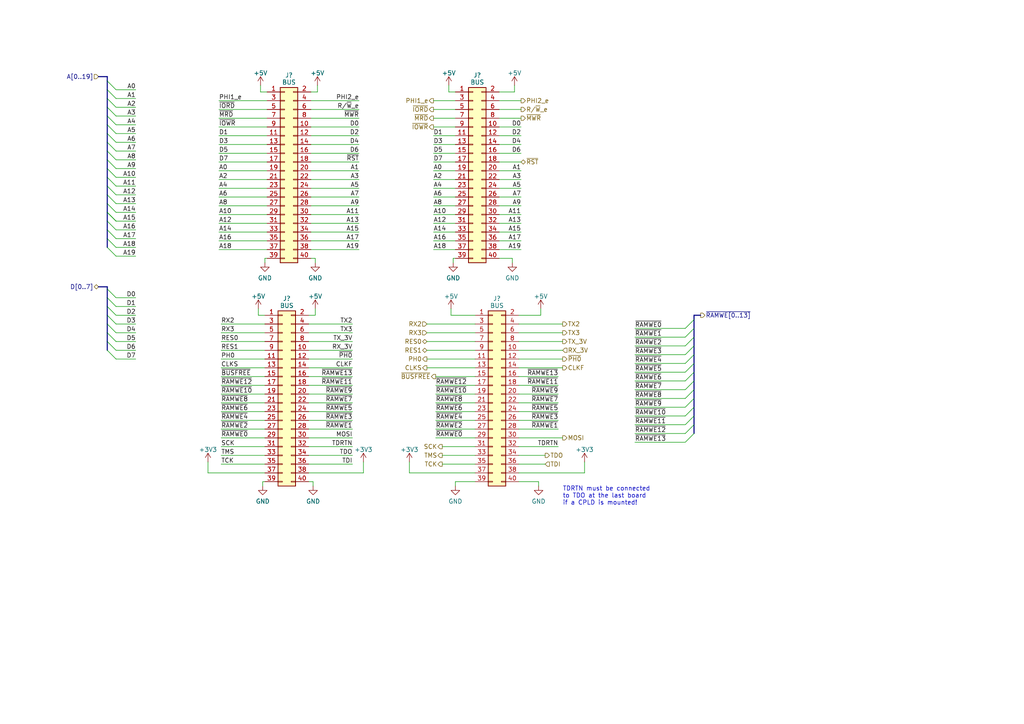
<source format=kicad_sch>
(kicad_sch (version 20230121) (generator eeschema)
  (paper "A4")
  (title_block (title "Unicomp v2 - RAMROM Board") (date "2023-07-06") (rev "v1") (company "100% Offner") (comment 1 "v1: Initial"))
  (lib_symbols
    (symbol "Connector_Generic:Conn_02x20_Odd_Even" (pin_names (offset 1.016) hide)
      (property "Reference" "J" (at 1.27 25.4 0))
      (property "Value" "Conn_02x20_Odd_Even" (at 1.27 -27.94 0))
      (symbol "Conn_02x20_Odd_Even_1_1"
        (rectangle (start -1.27 -25.273) (end 0 -25.527) (stroke (width 0.1524)))
        (rectangle (start -1.27 -22.733) (end 0 -22.987) (stroke (width 0.1524)))
        (rectangle (start -1.27 -20.193) (end 0 -20.447) (stroke (width 0.1524)))
        (rectangle (start -1.27 -17.653) (end 0 -17.907) (stroke (width 0.1524)))
        (rectangle (start -1.27 -15.113) (end 0 -15.367) (stroke (width 0.1524)))
        (rectangle (start -1.27 -12.573) (end 0 -12.827) (stroke (width 0.1524)))
        (rectangle (start -1.27 -10.033) (end 0 -10.287) (stroke (width 0.1524)))
        (rectangle (start -1.27 -7.493) (end 0 -7.747) (stroke (width 0.1524)))
        (rectangle (start -1.27 -4.953) (end 0 -5.207) (stroke (width 0.1524)))
        (rectangle (start -1.27 -2.413) (end 0 -2.667) (stroke (width 0.1524)))
        (rectangle (start -1.27 0.127) (end 0 -0.127) (stroke (width 0.1524)))
        (rectangle (start -1.27 2.667) (end 0 2.413) (stroke (width 0.1524)))
        (rectangle (start -1.27 5.207) (end 0 4.953) (stroke (width 0.1524)))
        (rectangle (start -1.27 7.747) (end 0 7.493) (stroke (width 0.1524)))
        (rectangle (start -1.27 10.287) (end 0 10.033) (stroke (width 0.1524)))
        (rectangle (start -1.27 12.827) (end 0 12.573) (stroke (width 0.1524)))
        (rectangle (start -1.27 15.367) (end 0 15.113) (stroke (width 0.1524)))
        (rectangle (start -1.27 17.907) (end 0 17.653) (stroke (width 0.1524)))
        (rectangle (start -1.27 20.447) (end 0 20.193) (stroke (width 0.1524)))
        (rectangle (start -1.27 22.987) (end 0 22.733) (stroke (width 0.1524)))
        (rectangle (start -1.27 24.13) (end 3.81 -26.67) (stroke (width 0.254)) (fill (type background)))
        (rectangle (start 3.81 -25.273) (end 2.54 -25.527) (stroke (width 0.1524)))
        (rectangle (start 3.81 -22.733) (end 2.54 -22.987) (stroke (width 0.1524)))
        (rectangle (start 3.81 -20.193) (end 2.54 -20.447) (stroke (width 0.1524)))
        (rectangle (start 3.81 -17.653) (end 2.54 -17.907) (stroke (width 0.1524)))
        (rectangle (start 3.81 -15.113) (end 2.54 -15.367) (stroke (width 0.1524)))
        (rectangle (start 3.81 -12.573) (end 2.54 -12.827) (stroke (width 0.1524)))
        (rectangle (start 3.81 -10.033) (end 2.54 -10.287) (stroke (width 0.1524)))
        (rectangle (start 3.81 -7.493) (end 2.54 -7.747) (stroke (width 0.1524)))
        (rectangle (start 3.81 -4.953) (end 2.54 -5.207) (stroke (width 0.1524)))
        (rectangle (start 3.81 -2.413) (end 2.54 -2.667) (stroke (width 0.1524)))
        (rectangle (start 3.81 0.127) (end 2.54 -0.127) (stroke (width 0.1524)))
        (rectangle (start 3.81 2.667) (end 2.54 2.413) (stroke (width 0.1524)))
        (rectangle (start 3.81 5.207) (end 2.54 4.953) (stroke (width 0.1524)))
        (rectangle (start 3.81 7.747) (end 2.54 7.493) (stroke (width 0.1524)))
        (rectangle (start 3.81 10.287) (end 2.54 10.033) (stroke (width 0.1524)))
        (rectangle (start 3.81 12.827) (end 2.54 12.573) (stroke (width 0.1524)))
        (rectangle (start 3.81 15.367) (end 2.54 15.113) (stroke (width 0.1524)))
        (rectangle (start 3.81 17.907) (end 2.54 17.653) (stroke (width 0.1524)))
        (rectangle (start 3.81 20.447) (end 2.54 20.193) (stroke (width 0.1524)))
        (rectangle (start 3.81 22.987) (end 2.54 22.733) (stroke (width 0.1524)))
        (pin passive line (at -5.08 22.86 0) (length 3.81) (name "Pin_1") (number "1"))
        (pin passive line (at 7.62 12.7 180) (length 3.81) (name "Pin_10") (number "10"))
        (pin passive line (at -5.08 10.16 0) (length 3.81) (name "Pin_11") (number "11"))
        (pin passive line (at 7.62 10.16 180) (length 3.81) (name "Pin_12") (number "12"))
        (pin passive line (at -5.08 7.62 0) (length 3.81) (name "Pin_13") (number "13"))
        (pin passive line (at 7.62 7.62 180) (length 3.81) (name "Pin_14") (number "14"))
        (pin passive line (at -5.08 5.08 0) (length 3.81) (name "Pin_15") (number "15"))
        (pin passive line (at 7.62 5.08 180) (length 3.81) (name "Pin_16") (number "16"))
        (pin passive line (at -5.08 2.54 0) (length 3.81) (name "Pin_17") (number "17"))
        (pin passive line (at 7.62 2.54 180) (length 3.81) (name "Pin_18") (number "18"))
        (pin passive line (at -5.08 0 0) (length 3.81) (name "Pin_19") (number "19"))
        (pin passive line (at 7.62 22.86 180) (length 3.81) (name "Pin_2") (number "2"))
        (pin passive line (at 7.62 0 180) (length 3.81) (name "Pin_20") (number "20"))
        (pin passive line (at -5.08 -2.54 0) (length 3.81) (name "Pin_21") (number "21"))
        (pin passive line (at 7.62 -2.54 180) (length 3.81) (name "Pin_22") (number "22"))
        (pin passive line (at -5.08 -5.08 0) (length 3.81) (name "Pin_23") (number "23"))
        (pin passive line (at 7.62 -5.08 180) (length 3.81) (name "Pin_24") (number "24"))
        (pin passive line (at -5.08 -7.62 0) (length 3.81) (name "Pin_25") (number "25"))
        (pin passive line (at 7.62 -7.62 180) (length 3.81) (name "Pin_26") (number "26"))
        (pin passive line (at -5.08 -10.16 0) (length 3.81) (name "Pin_27") (number "27"))
        (pin passive line (at 7.62 -10.16 180) (length 3.81) (name "Pin_28") (number "28"))
        (pin passive line (at -5.08 -12.7 0) (length 3.81) (name "Pin_29") (number "29"))
        (pin passive line (at -5.08 20.32 0) (length 3.81) (name "Pin_3") (number "3"))
        (pin passive line (at 7.62 -12.7 180) (length 3.81) (name "Pin_30") (number "30"))
        (pin passive line (at -5.08 -15.24 0) (length 3.81) (name "Pin_31") (number "31"))
        (pin passive line (at 7.62 -15.24 180) (length 3.81) (name "Pin_32") (number "32"))
        (pin passive line (at -5.08 -17.78 0) (length 3.81) (name "Pin_33") (number "33"))
        (pin passive line (at 7.62 -17.78 180) (length 3.81) (name "Pin_34") (number "34"))
        (pin passive line (at -5.08 -20.32 0) (length 3.81) (name "Pin_35") (number "35"))
        (pin passive line (at 7.62 -20.32 180) (length 3.81) (name "Pin_36") (number "36"))
        (pin passive line (at -5.08 -22.86 0) (length 3.81) (name "Pin_37") (number "37"))
        (pin passive line (at 7.62 -22.86 180) (length 3.81) (name "Pin_38") (number "38"))
        (pin passive line (at -5.08 -25.4 0) (length 3.81) (name "Pin_39") (number "39"))
        (pin passive line (at 7.62 20.32 180) (length 3.81) (name "Pin_4") (number "4"))
        (pin passive line (at 7.62 -25.4 180) (length 3.81) (name "Pin_40") (number "40"))
        (pin passive line (at -5.08 17.78 0) (length 3.81) (name "Pin_5") (number "5"))
        (pin passive line (at 7.62 17.78 180) (length 3.81) (name "Pin_6") (number "6"))
        (pin passive line (at -5.08 15.24 0) (length 3.81) (name "Pin_7") (number "7"))
        (pin passive line (at 7.62 15.24 180) (length 3.81) (name "Pin_8") (number "8"))
        (pin passive line (at -5.08 12.7 0) (length 3.81) (name "Pin_9") (number "9"))
      )
    )
    (symbol "power:+3V3" (power) (pin_names (offset 0))
      (property "Value" "+3V3" (at 0 3.556 0))
      (symbol "+3V3_0_1"
        (polyline (pts (xy -0.762 1.27) (xy 0 2.54)))
        (polyline (pts (xy 0 0) (xy 0 2.54)))
        (polyline (pts (xy 0 2.54) (xy 0.762 1.27)))
      )
      (symbol "+3V3_1_1"
        (pin power_in line (at 0 0 90) (length 0) hide (name "+3V3") (number "1"))
      )
    )
    (symbol "power:+5V" (power) (pin_names (offset 0))
      (property "Value" "+5V" (at 0 3.556 0))
      (symbol "+5V_0_1"
        (polyline (pts (xy -0.762 1.27) (xy 0 2.54)))
        (polyline (pts (xy 0 0) (xy 0 2.54)))
        (polyline (pts (xy 0 2.54) (xy 0.762 1.27)))
      )
      (symbol "+5V_1_1"
        (pin power_in line (at 0 0 90) (length 0) hide (name "+5V") (number "1"))
      )
    )
    (symbol "power:GND" (power) (pin_names (offset 0))
      (property "Value" "GND" (at 0 -3.81 0))
      (symbol "GND_0_1"
        (polyline (pts (xy 0 0) (xy 0 -1.27) (xy 1.27 -1.27) (xy 0 -2.54) (xy -1.27 -1.27) (xy 0 -1.27)))
      )
      (symbol "GND_1_1"
        (pin power_in line (at 0 0 270) (length 0) hide (name "GND") (number "1"))
      )
    )
  )
  (bus_entry (at 201.295 105.41) (size -2.54 2.54))
  (bus_entry (at 201.295 102.87) (size -2.54 2.54))
  (bus_entry (at 31.115 56.515) (size 2.54 2.54))
  (bus_entry (at 31.115 48.895) (size 2.54 2.54))
  (bus_entry (at 31.115 33.655) (size 2.54 2.54))
  (bus_entry (at 31.115 61.595) (size 2.54 2.54))
  (bus_entry (at 31.115 71.755) (size 2.54 2.54))
  (bus_entry (at 201.295 110.49) (size -2.54 2.54))
  (bus_entry (at 31.115 91.44) (size 2.54 2.54))
  (bus_entry (at 31.115 83.82) (size 2.54 2.54))
  (bus_entry (at 31.115 99.06) (size 2.54 2.54))
  (bus_entry (at 201.295 125.73) (size -2.54 2.54))
  (bus_entry (at 201.295 113.03) (size -2.54 2.54))
  (bus_entry (at 31.115 36.195) (size 2.54 2.54))
  (bus_entry (at 31.115 23.495) (size 2.54 2.54))
  (bus_entry (at 201.295 120.65) (size -2.54 2.54))
  (bus_entry (at 31.115 66.675) (size 2.54 2.54))
  (bus_entry (at 31.115 53.975) (size 2.54 2.54))
  (bus_entry (at 31.115 43.815) (size 2.54 2.54))
  (bus_entry (at 201.295 107.95) (size -2.54 2.54))
  (bus_entry (at 31.115 86.36) (size 2.54 2.54))
  (bus_entry (at 31.115 41.275) (size 2.54 2.54))
  (bus_entry (at 31.115 46.355) (size 2.54 2.54))
  (bus_entry (at 31.115 38.735) (size 2.54 2.54))
  (bus_entry (at 201.295 118.11) (size -2.54 2.54))
  (bus_entry (at 31.115 31.115) (size 2.54 2.54))
  (bus_entry (at 31.115 28.575) (size 2.54 2.54))
  (bus_entry (at 201.295 123.19) (size -2.54 2.54))
  (bus_entry (at 201.295 100.33) (size -2.54 2.54))
  (bus_entry (at 31.115 96.52) (size 2.54 2.54))
  (bus_entry (at 201.295 115.57) (size -2.54 2.54))
  (bus_entry (at 31.115 26.035) (size 2.54 2.54))
  (bus_entry (at 31.115 88.9) (size 2.54 2.54))
  (bus_entry (at 31.115 51.435) (size 2.54 2.54))
  (bus_entry (at 201.295 97.79) (size -2.54 2.54))
  (bus_entry (at 201.295 95.25) (size -2.54 2.54))
  (bus_entry (at 31.115 61.595) (size 2.54 2.54))
  (bus_entry (at 31.115 69.215) (size 2.54 2.54))
  (bus_entry (at 31.115 59.055) (size 2.54 2.54))
  (bus_entry (at 201.295 92.71) (size -2.54 2.54))
  (bus_entry (at 31.115 93.98) (size 2.54 2.54))
  (bus_entry (at 31.115 64.135) (size 2.54 2.54))
  (bus_entry (at 31.115 101.6) (size 2.54 2.54))
  (wire (pts (xy 39.37 91.44) (xy 33.655 91.44)))
  (wire (pts (xy 125.73 41.91) (xy 132.08 41.91)))
  (bus (pts (xy 31.115 91.44) (xy 31.115 88.9)))
  (bus (pts (xy 31.115 31.115) (xy 31.115 28.575)))
  (wire (pts (xy 91.44 74.93) (xy 90.17 74.93)))
  (wire (pts (xy 184.15 105.41) (xy 198.755 105.41)))
  (bus (pts (xy 201.295 102.87) (xy 201.295 105.41)))
  (wire (pts (xy 150.495 116.84) (xy 161.925 116.84)))
  (wire (pts (xy 125.73 44.45) (xy 132.08 44.45)))
  (wire (pts (xy 63.5 29.21) (xy 77.47 29.21)))
  (wire (pts (xy 144.78 57.15) (xy 151.13 57.15)))
  (wire (pts (xy 91.44 89.535) (xy 91.44 91.44)))
  (wire (pts (xy 156.21 139.7) (xy 150.495 139.7)))
  (wire (pts (xy 39.37 104.14) (xy 33.655 104.14)))
  (wire (pts (xy 89.535 99.06) (xy 102.235 99.06)))
  (wire (pts (xy 169.545 133.985) (xy 169.545 137.16)))
  (wire (pts (xy 125.73 39.37) (xy 132.08 39.37)))
  (wire (pts (xy 63.5 64.77) (xy 77.47 64.77)))
  (wire (pts (xy 130.81 89.535) (xy 130.81 91.44)))
  (wire (pts (xy 64.135 134.62) (xy 76.835 134.62)))
  (wire (pts (xy 144.78 64.77) (xy 151.13 64.77)))
  (wire (pts (xy 144.78 69.85) (xy 151.13 69.85)))
  (wire (pts (xy 64.135 121.92) (xy 76.835 121.92)))
  (wire (pts (xy 150.495 129.54) (xy 161.925 129.54)))
  (wire (pts (xy 131.445 74.93) (xy 132.08 74.93)))
  (wire (pts (xy 126.365 111.76) (xy 137.795 111.76)))
  (wire (pts (xy 90.17 64.77) (xy 104.14 64.77)))
  (wire (pts (xy 149.225 26.67) (xy 144.78 26.67)))
  (wire (pts (xy 39.37 69.215) (xy 33.655 69.215)))
  (wire (pts (xy 91.44 76.2) (xy 91.44 74.93)))
  (wire (pts (xy 150.495 99.06) (xy 163.195 99.06)))
  (wire (pts (xy 90.17 59.69) (xy 104.14 59.69)))
  (wire (pts (xy 126.365 127) (xy 137.795 127)))
  (wire (pts (xy 184.15 97.79) (xy 198.755 97.79)))
  (wire (pts (xy 130.81 91.44) (xy 137.795 91.44)))
  (bus (pts (xy 201.295 91.44) (xy 201.295 92.71)))
  (wire (pts (xy 63.5 36.83) (xy 77.47 36.83)))
  (wire (pts (xy 63.5 39.37) (xy 77.47 39.37)))
  (wire (pts (xy 184.15 102.87) (xy 198.755 102.87)))
  (wire (pts (xy 89.535 116.84) (xy 102.235 116.84)))
  (wire (pts (xy 156.845 89.535) (xy 156.845 91.44)))
  (wire (pts (xy 125.73 69.85) (xy 132.08 69.85)))
  (wire (pts (xy 60.325 137.16) (xy 76.835 137.16)))
  (bus (pts (xy 201.295 95.25) (xy 201.295 97.79)))
  (wire (pts (xy 148.59 76.2) (xy 148.59 74.93)))
  (wire (pts (xy 150.495 127) (xy 163.195 127)))
  (bus (pts (xy 31.115 99.06) (xy 31.115 96.52)))
  (bus (pts (xy 31.115 88.9) (xy 31.115 86.36)))
  (wire (pts (xy 125.73 46.99) (xy 132.08 46.99)))
  (wire (pts (xy 75.565 24.765) (xy 75.565 26.67)))
  (wire (pts (xy 125.73 31.75) (xy 132.08 31.75)))
  (wire (pts (xy 39.37 36.195) (xy 33.655 36.195)))
  (wire (pts (xy 39.37 56.515) (xy 33.655 56.515)))
  (wire (pts (xy 74.93 91.44) (xy 76.835 91.44)))
  (bus (pts (xy 31.115 64.135) (xy 31.115 61.595)))
  (wire (pts (xy 39.37 61.595) (xy 33.655 61.595)))
  (wire (pts (xy 64.135 99.06) (xy 76.835 99.06)))
  (wire (pts (xy 149.225 24.765) (xy 149.225 26.67)))
  (wire (pts (xy 125.73 57.15) (xy 132.08 57.15)))
  (wire (pts (xy 39.37 51.435) (xy 33.655 51.435)))
  (wire (pts (xy 90.17 36.83) (xy 104.14 36.83)))
  (bus (pts (xy 201.295 123.19) (xy 201.295 125.73)))
  (wire (pts (xy 76.835 74.93) (xy 77.47 74.93)))
  (wire (pts (xy 39.37 48.895) (xy 33.655 48.895)))
  (bus (pts (xy 31.115 43.815) (xy 31.115 41.275)))
  (wire (pts (xy 92.075 24.765) (xy 92.075 26.67)))
  (wire (pts (xy 90.17 31.75) (xy 104.14 31.75)))
  (wire (pts (xy 64.135 124.46) (xy 76.835 124.46)))
  (bus (pts (xy 31.115 86.36) (xy 31.115 83.82)))
  (wire (pts (xy 64.135 106.68) (xy 76.835 106.68)))
  (wire (pts (xy 39.37 88.9) (xy 33.655 88.9)))
  (wire (pts (xy 64.135 101.6) (xy 76.835 101.6)))
  (wire (pts (xy 64.135 114.3) (xy 76.835 114.3)))
  (bus (pts (xy 31.115 69.215) (xy 31.115 66.675)))
  (wire (pts (xy 39.37 46.355) (xy 33.655 46.355)))
  (wire (pts (xy 125.73 59.69) (xy 132.08 59.69)))
  (wire (pts (xy 39.37 96.52) (xy 33.655 96.52)))
  (wire (pts (xy 64.135 129.54) (xy 76.835 129.54)))
  (wire (pts (xy 39.37 38.735) (xy 33.655 38.735)))
  (wire (pts (xy 125.73 36.83) (xy 132.08 36.83)))
  (wire (pts (xy 125.73 52.07) (xy 132.08 52.07)))
  (wire (pts (xy 39.37 33.655) (xy 33.655 33.655)))
  (wire (pts (xy 63.5 31.75) (xy 77.47 31.75)))
  (wire (pts (xy 126.365 116.84) (xy 137.795 116.84)))
  (wire (pts (xy 150.495 124.46) (xy 161.925 124.46)))
  (wire (pts (xy 184.15 123.19) (xy 198.755 123.19)))
  (wire (pts (xy 130.175 26.67) (xy 132.08 26.67)))
  (wire (pts (xy 150.495 101.6) (xy 163.195 101.6)))
  (bus (pts (xy 201.295 107.95) (xy 201.295 110.49)))
  (wire (pts (xy 184.15 107.95) (xy 198.755 107.95)))
  (bus (pts (xy 31.115 38.735) (xy 31.115 36.195)))
  (wire (pts (xy 63.5 52.07) (xy 77.47 52.07)))
  (wire (pts (xy 89.535 134.62) (xy 102.235 134.62)))
  (bus (pts (xy 31.115 93.98) (xy 31.115 91.44)))
  (wire (pts (xy 39.37 43.815) (xy 33.655 43.815)))
  (wire (pts (xy 156.845 91.44) (xy 150.495 91.44)))
  (wire (pts (xy 126.365 114.3) (xy 137.795 114.3)))
  (wire (pts (xy 123.825 106.68) (xy 137.795 106.68)))
  (wire (pts (xy 76.835 76.2) (xy 76.835 74.93)))
  (wire (pts (xy 63.5 72.39) (xy 77.47 72.39)))
  (wire (pts (xy 150.495 109.22) (xy 161.925 109.22)))
  (wire (pts (xy 90.17 69.85) (xy 104.14 69.85)))
  (wire (pts (xy 184.15 100.33) (xy 198.755 100.33)))
  (wire (pts (xy 63.5 62.23) (xy 77.47 62.23)))
  (wire (pts (xy 126.365 119.38) (xy 137.795 119.38)))
  (wire (pts (xy 63.5 59.69) (xy 77.47 59.69)))
  (wire (pts (xy 128.27 132.08) (xy 137.795 132.08)))
  (wire (pts (xy 90.17 57.15) (xy 104.14 57.15)))
  (wire (pts (xy 91.44 91.44) (xy 89.535 91.44)))
  (wire (pts (xy 125.73 62.23) (xy 132.08 62.23)))
  (bus (pts (xy 31.115 51.435) (xy 31.115 48.895)))
  (bus (pts (xy 31.115 53.975) (xy 31.115 51.435)))
  (wire (pts (xy 39.37 64.135) (xy 33.655 64.135)))
  (bus (pts (xy 203.2 91.44) (xy 201.295 91.44)))
  (wire (pts (xy 184.15 95.25) (xy 198.755 95.25)))
  (wire (pts (xy 144.78 62.23) (xy 151.13 62.23)))
  (wire (pts (xy 125.73 34.29) (xy 132.08 34.29)))
  (bus (pts (xy 31.115 71.755) (xy 31.115 69.215)))
  (wire (pts (xy 144.78 67.31) (xy 151.13 67.31)))
  (wire (pts (xy 150.495 132.08) (xy 158.115 132.08)))
  (wire (pts (xy 118.745 137.16) (xy 137.795 137.16)))
  (wire (pts (xy 150.495 96.52) (xy 163.195 96.52)))
  (wire (pts (xy 63.5 54.61) (xy 77.47 54.61)))
  (bus (pts (xy 31.115 48.895) (xy 31.115 46.355)))
  (wire (pts (xy 76.2 140.97) (xy 76.2 139.7)))
  (wire (pts (xy 156.21 140.97) (xy 156.21 139.7)))
  (wire (pts (xy 39.37 99.06) (xy 33.655 99.06)))
  (wire (pts (xy 90.805 140.97) (xy 90.805 139.7)))
  (bus (pts (xy 31.115 28.575) (xy 31.115 26.035)))
  (wire (pts (xy 125.73 67.31) (xy 132.08 67.31)))
  (wire (pts (xy 144.78 49.53) (xy 151.13 49.53)))
  (wire (pts (xy 39.37 86.36) (xy 33.655 86.36)))
  (bus (pts (xy 31.115 83.185) (xy 28.575 83.185)))
  (wire (pts (xy 126.365 121.92) (xy 137.795 121.92)))
  (wire (pts (xy 63.5 34.29) (xy 77.47 34.29)))
  (wire (pts (xy 144.78 34.29) (xy 151.13 34.29)))
  (wire (pts (xy 128.27 134.62) (xy 137.795 134.62)))
  (wire (pts (xy 184.15 118.11) (xy 198.755 118.11)))
  (wire (pts (xy 63.5 46.99) (xy 77.47 46.99)))
  (wire (pts (xy 89.535 106.68) (xy 102.235 106.68)))
  (wire (pts (xy 144.78 29.21) (xy 151.13 29.21)))
  (wire (pts (xy 75.565 26.67) (xy 77.47 26.67)))
  (wire (pts (xy 89.535 114.3) (xy 102.235 114.3)))
  (wire (pts (xy 184.15 125.73) (xy 198.755 125.73)))
  (wire (pts (xy 131.445 76.2) (xy 131.445 74.93)))
  (wire (pts (xy 125.73 72.39) (xy 132.08 72.39)))
  (wire (pts (xy 74.93 89.535) (xy 74.93 91.44)))
  (wire (pts (xy 64.135 109.22) (xy 76.835 109.22)))
  (wire (pts (xy 39.37 74.295) (xy 33.655 74.295)))
  (wire (pts (xy 89.535 104.14) (xy 102.235 104.14)))
  (wire (pts (xy 184.15 128.27) (xy 198.755 128.27)))
  (wire (pts (xy 90.17 44.45) (xy 104.14 44.45)))
  (bus (pts (xy 201.295 118.11) (xy 201.295 120.65)))
  (wire (pts (xy 64.135 111.76) (xy 76.835 111.76)))
  (wire (pts (xy 144.78 54.61) (xy 151.13 54.61)))
  (bus (pts (xy 201.295 110.49) (xy 201.295 113.03)))
  (wire (pts (xy 123.825 101.6) (xy 137.795 101.6)))
  (bus (pts (xy 31.115 56.515) (xy 31.115 53.975)))
  (bus (pts (xy 201.295 100.33) (xy 201.295 102.87)))
  (wire (pts (xy 150.495 93.98) (xy 163.195 93.98)))
  (wire (pts (xy 63.5 69.85) (xy 77.47 69.85)))
  (wire (pts (xy 64.135 93.98) (xy 76.835 93.98)))
  (wire (pts (xy 39.37 31.115) (xy 33.655 31.115)))
  (wire (pts (xy 90.17 62.23) (xy 104.14 62.23)))
  (wire (pts (xy 123.825 96.52) (xy 137.795 96.52)))
  (wire (pts (xy 126.365 124.46) (xy 137.795 124.46)))
  (wire (pts (xy 90.17 49.53) (xy 104.14 49.53)))
  (bus (pts (xy 31.115 46.355) (xy 31.115 43.815)))
  (wire (pts (xy 64.135 96.52) (xy 76.835 96.52)))
  (wire (pts (xy 123.825 104.14) (xy 137.795 104.14)))
  (wire (pts (xy 89.535 127) (xy 102.235 127)))
  (wire (pts (xy 92.075 26.67) (xy 90.17 26.67)))
  (wire (pts (xy 76.2 139.7) (xy 76.835 139.7)))
  (wire (pts (xy 123.825 99.06) (xy 137.795 99.06)))
  (wire (pts (xy 144.78 44.45) (xy 151.13 44.45)))
  (wire (pts (xy 144.78 59.69) (xy 151.13 59.69)))
  (wire (pts (xy 125.73 54.61) (xy 132.08 54.61)))
  (wire (pts (xy 128.27 129.54) (xy 137.795 129.54)))
  (wire (pts (xy 63.5 67.31) (xy 77.47 67.31)))
  (wire (pts (xy 184.15 113.03) (xy 198.755 113.03)))
  (wire (pts (xy 89.535 119.38) (xy 102.235 119.38)))
  (wire (pts (xy 63.5 41.91) (xy 77.47 41.91)))
  (wire (pts (xy 39.37 59.055) (xy 33.655 59.055)))
  (wire (pts (xy 63.5 44.45) (xy 77.47 44.45)))
  (wire (pts (xy 60.325 133.985) (xy 60.325 137.16)))
  (wire (pts (xy 150.495 119.38) (xy 161.925 119.38)))
  (wire (pts (xy 64.135 116.84) (xy 76.835 116.84)))
  (wire (pts (xy 89.535 129.54) (xy 102.235 129.54)))
  (wire (pts (xy 39.37 93.98) (xy 33.655 93.98)))
  (wire (pts (xy 64.135 127) (xy 76.835 127)))
  (wire (pts (xy 39.37 101.6) (xy 33.655 101.6)))
  (wire (pts (xy 64.135 119.38) (xy 76.835 119.38)))
  (wire (pts (xy 144.78 31.75) (xy 151.13 31.75)))
  (bus (pts (xy 201.295 113.03) (xy 201.295 115.57)))
  (bus (pts (xy 31.115 36.195) (xy 31.115 33.655)))
  (wire (pts (xy 150.495 111.76) (xy 161.925 111.76)))
  (wire (pts (xy 90.17 41.91) (xy 104.14 41.91)))
  (wire (pts (xy 150.495 137.16) (xy 169.545 137.16)))
  (wire (pts (xy 63.5 57.15) (xy 77.47 57.15)))
  (wire (pts (xy 148.59 74.93) (xy 144.78 74.93)))
  (wire (pts (xy 90.17 39.37) (xy 104.14 39.37)))
  (wire (pts (xy 118.745 133.985) (xy 118.745 137.16)))
  (wire (pts (xy 90.17 34.29) (xy 104.14 34.29)))
  (wire (pts (xy 39.37 41.275) (xy 33.655 41.275)))
  (wire (pts (xy 132.08 139.7) (xy 137.795 139.7)))
  (wire (pts (xy 125.73 64.77) (xy 132.08 64.77)))
  (wire (pts (xy 39.37 28.575) (xy 33.655 28.575)))
  (wire (pts (xy 89.535 93.98) (xy 102.235 93.98)))
  (wire (pts (xy 144.78 41.91) (xy 151.13 41.91)))
  (wire (pts (xy 144.78 46.99) (xy 151.13 46.99)))
  (bus (pts (xy 201.295 92.71) (xy 201.295 95.25)))
  (bus (pts (xy 31.115 59.055) (xy 31.115 56.515)))
  (wire (pts (xy 89.535 101.6) (xy 102.235 101.6)))
  (wire (pts (xy 89.535 124.46) (xy 102.235 124.46)))
  (bus (pts (xy 31.115 41.275) (xy 31.115 38.735)))
  (wire (pts (xy 89.535 109.22) (xy 102.235 109.22)))
  (wire (pts (xy 150.495 104.14) (xy 163.195 104.14)))
  (wire (pts (xy 125.73 29.21) (xy 132.08 29.21)))
  (wire (pts (xy 184.15 110.49) (xy 198.755 110.49)))
  (bus (pts (xy 31.115 26.035) (xy 31.115 23.495)))
  (wire (pts (xy 184.15 120.65) (xy 198.755 120.65)))
  (wire (pts (xy 64.135 132.08) (xy 76.835 132.08)))
  (bus (pts (xy 31.115 61.595) (xy 31.115 59.055)))
  (wire (pts (xy 39.37 71.755) (xy 33.655 71.755)))
  (wire (pts (xy 89.535 111.76) (xy 102.235 111.76)))
  (wire (pts (xy 39.37 66.675) (xy 33.655 66.675)))
  (bus (pts (xy 31.115 23.495) (xy 31.115 22.225)))
  (wire (pts (xy 130.175 24.765) (xy 130.175 26.67)))
  (wire (pts (xy 89.535 121.92) (xy 102.235 121.92)))
  (wire (pts (xy 89.535 137.16) (xy 105.41 137.16)))
  (bus (pts (xy 31.115 96.52) (xy 31.115 93.98)))
  (wire (pts (xy 90.17 67.31) (xy 104.14 67.31)))
  (wire (pts (xy 63.5 49.53) (xy 77.47 49.53)))
  (wire (pts (xy 90.17 29.21) (xy 104.14 29.21)))
  (bus (pts (xy 201.295 115.57) (xy 201.295 118.11)))
  (wire (pts (xy 90.17 52.07) (xy 104.14 52.07)))
  (wire (pts (xy 90.17 54.61) (xy 104.14 54.61)))
  (wire (pts (xy 125.73 49.53) (xy 132.08 49.53)))
  (wire (pts (xy 39.37 26.035) (xy 33.655 26.035)))
  (bus (pts (xy 31.115 83.82) (xy 31.115 83.185)))
  (wire (pts (xy 144.78 72.39) (xy 151.13 72.39)))
  (bus (pts (xy 31.115 101.6) (xy 31.115 99.06)))
  (wire (pts (xy 90.17 72.39) (xy 104.14 72.39)))
  (wire (pts (xy 150.495 121.92) (xy 161.925 121.92)))
  (wire (pts (xy 150.495 134.62) (xy 158.115 134.62)))
  (wire (pts (xy 150.495 114.3) (xy 161.925 114.3)))
  (bus (pts (xy 31.115 66.675) (xy 31.115 64.135)))
  (wire (pts (xy 144.78 39.37) (xy 151.13 39.37)))
  (wire (pts (xy 144.78 52.07) (xy 151.13 52.07)))
  (wire (pts (xy 89.535 132.08) (xy 102.235 132.08)))
  (wire (pts (xy 126.365 109.22) (xy 137.795 109.22)))
  (wire (pts (xy 105.41 133.985) (xy 105.41 137.16)))
  (wire (pts (xy 90.805 139.7) (xy 89.535 139.7)))
  (wire (pts (xy 184.15 115.57) (xy 198.755 115.57)))
  (wire (pts (xy 150.495 106.68) (xy 163.195 106.68)))
  (wire (pts (xy 90.17 46.99) (xy 104.14 46.99)))
  (bus (pts (xy 31.115 22.225) (xy 28.575 22.225)))
  (wire (pts (xy 144.78 36.83) (xy 151.13 36.83)))
  (bus (pts (xy 201.295 120.65) (xy 201.295 123.19)))
  (wire (pts (xy 132.08 140.97) (xy 132.08 139.7)))
  (wire (pts (xy 89.535 96.52) (xy 102.235 96.52)))
  (bus (pts (xy 201.295 97.79) (xy 201.295 100.33)))
  (wire (pts (xy 39.37 53.975) (xy 33.655 53.975)))
  (bus (pts (xy 201.295 105.41) (xy 201.295 107.95)))
  (wire (pts (xy 123.825 93.98) (xy 137.795 93.98)))
  (bus (pts (xy 31.115 33.655) (xy 31.115 31.115)))
  (wire (pts (xy 64.135 104.14) (xy 76.835 104.14)))
  (text "TDRTN must be connected \nto TDO at the last board\nif a CPLD is mounted!" (at 163.195 146.685 0) (effects (font (size 1.27 1.27)) (justify left bottom)))
  (label "D7" (at 63.5 46.99 0))
  (label "~{RAMWE8}" (at 64.135 116.84 0))
  (label "~{RAMWE1}" (at 102.235 124.46 180))
  (label "TDI" (at 102.235 134.62 180))
  (label "~{RAMWE7}" (at 184.15 113.03 0))
  (label "A19" (at 151.13 72.39 180))
  (label "~{RAMWE13}" (at 184.15 128.27 0))
  (label "~{RAMWE6}" (at 64.135 119.38 0))
  (label "A15" (at 151.13 67.31 180))
  (label "A0" (at 39.37 26.035 180))
  (label "RES0" (at 64.135 99.06 0))
  (label "A17" (at 39.37 69.215 180))
  (label "A17" (at 104.14 69.85 180))
  (label "A0" (at 63.5 49.53 0))
  (label "~{RAMWE5}" (at 161.925 119.38 180))
  (label "~{RAMWE1}" (at 161.925 124.46 180))
  (label "A6" (at 63.5 57.15 0))
  (label "A18" (at 63.5 72.39 0))
  (label "A7" (at 151.13 57.15 180))
  (label "A17" (at 151.13 69.85 180))
  (label "D7" (at 125.73 46.99 0))
  (label "TCK" (at 64.135 134.62 0))
  (label "~{RAMWE8}" (at 126.365 116.84 0))
  (label "A11" (at 151.13 62.23 180))
  (label "D6" (at 151.13 44.45 180))
  (label "~{RAMWE13}" (at 102.235 109.22 180))
  (label "D2" (at 39.37 91.44 180))
  (label "D7" (at 39.37 104.14 180))
  (label "A13" (at 104.14 64.77 180))
  (label "A0" (at 125.73 49.53 0))
  (label "A16" (at 63.5 69.85 0))
  (label "A5" (at 39.37 38.735 180))
  (label "A15" (at 39.37 64.135 180))
  (label "A9" (at 39.37 48.895 180))
  (label "~{RAMWE4}" (at 64.135 121.92 0))
  (label "A4" (at 125.73 54.61 0))
  (label "~{RAMWE11}" (at 184.15 123.19 0))
  (label "~{RAMWE13}" (at 161.925 109.22 180))
  (label "A5" (at 104.14 54.61 180))
  (label "A12" (at 63.5 64.77 0))
  (label "D2" (at 104.14 39.37 180))
  (label "A8" (at 63.5 59.69 0))
  (label "~{RAMWE5}" (at 102.235 119.38 180))
  (label "RX_3V" (at 102.235 101.6 180))
  (label "D5" (at 39.37 99.06 180))
  (label "A11" (at 39.37 53.975 180))
  (label "CLKF" (at 102.235 106.68 180))
  (label "A2" (at 63.5 52.07 0))
  (label "~{RAMWE3}" (at 184.15 102.87 0))
  (label "~{RAMWE6}" (at 126.365 119.38 0))
  (label "~{RAMWE6}" (at 184.15 110.49 0))
  (label "A5" (at 151.13 54.61 180))
  (label "A11" (at 104.14 62.23 180))
  (label "~{RAMWE0}" (at 126.365 127 0))
  (label "A7" (at 104.14 57.15 180))
  (label "A10" (at 39.37 51.435 180))
  (label "A16" (at 125.73 69.85 0))
  (label "A9" (at 151.13 59.69 180))
  (label "~{RAMWE12}" (at 126.365 111.76 0))
  (label "~{RAMWE0}" (at 64.135 127 0))
  (label "~{IORD}" (at 63.5 31.75 0))
  (label "A3" (at 151.13 52.07 180))
  (label "A2" (at 125.73 52.07 0))
  (label "~{RAMWE7}" (at 102.235 116.84 180))
  (label "TDO" (at 102.235 132.08 180))
  (label "~{RAMWE0}" (at 184.15 95.25 0))
  (label "D0" (at 39.37 86.36 180))
  (label "~{RAMWE3}" (at 102.235 121.92 180))
  (label "A7" (at 39.37 43.815 180))
  (label "~{RAMWE9}" (at 184.15 118.11 0))
  (label "A15" (at 104.14 67.31 180))
  (label "PH0" (at 64.135 104.14 0))
  (label "TX3" (at 102.235 96.52 180))
  (label "~{RAMWE8}" (at 184.15 115.57 0))
  (label "~{MWR}" (at 104.14 34.29 180))
  (label "A19" (at 104.14 72.39 180))
  (label "D3" (at 63.5 41.91 0))
  (label "SCK" (at 64.135 129.54 0))
  (label "D4" (at 151.13 41.91 180))
  (label "A3" (at 39.37 33.655 180))
  (label "D0" (at 151.13 36.83 180))
  (label "A14" (at 63.5 67.31 0))
  (label "A10" (at 125.73 62.23 0))
  (label "~{RST}" (at 104.14 46.99 180))
  (label "D1" (at 125.73 39.37 0))
  (label "D4" (at 104.14 41.91 180))
  (label "A12" (at 39.37 56.515 180))
  (label "~{RAMWE2}" (at 126.365 124.46 0))
  (label "D1" (at 39.37 88.9 180))
  (label "~{RAMWE5}" (at 184.15 107.95 0))
  (label "~{BUSFREE}" (at 64.135 109.22 0))
  (label "D5" (at 125.73 44.45 0))
  (label "A8" (at 125.73 59.69 0))
  (label "D3" (at 39.37 93.98 180))
  (label "~{IOWR}" (at 63.5 36.83 0))
  (label "A4" (at 39.37 36.195 180))
  (label "~{RAMWE9}" (at 161.925 114.3 180))
  (label "A10" (at 63.5 62.23 0))
  (label "A14" (at 39.37 61.595 180))
  (label "~{RAMWE10}" (at 126.365 114.3 0))
  (label "D6" (at 104.14 44.45 180))
  (label "~{RAMWE10}" (at 184.15 120.65 0))
  (label "A2" (at 39.37 31.115 180))
  (label "D5" (at 63.5 44.45 0))
  (label "R{slash}~{W}_e" (at 104.14 31.75 180))
  (label "D2" (at 151.13 39.37 180))
  (label "CLKS" (at 64.135 106.68 0))
  (label "PHI2_e" (at 104.14 29.21 180))
  (label "D1" (at 63.5 39.37 0))
  (label "A6" (at 125.73 57.15 0))
  (label "A13" (at 39.37 59.055 180))
  (label "A14" (at 125.73 67.31 0))
  (label "TDRTN" (at 102.235 129.54 180))
  (label "A18" (at 39.37 71.755 180))
  (label "A13" (at 151.13 64.77 180))
  (label "~{RAMWE7}" (at 161.925 116.84 180))
  (label "~{RAMWE2}" (at 184.15 100.33 0))
  (label "~{RAMWE10}" (at 64.135 114.3 0))
  (label "~{RAMWE11}" (at 161.925 111.76 180))
  (label "A1" (at 104.14 49.53 180))
  (label "TDRTN" (at 161.925 129.54 180))
  (label "~{RAMWE11}" (at 102.235 111.76 180))
  (label "TX2" (at 102.235 93.98 180))
  (label "A12" (at 125.73 64.77 0))
  (label "~{RAMWE2}" (at 64.135 124.46 0))
  (label "A3" (at 104.14 52.07 180))
  (label "~{RAMWE12}" (at 64.135 111.76 0))
  (label "~{RAMWE1}" (at 184.15 97.79 0))
  (label "A4" (at 63.5 54.61 0))
  (label "D3" (at 125.73 41.91 0))
  (label "~{RAMWE3}" (at 161.925 121.92 180))
  (label "D6" (at 39.37 101.6 180))
  (label "D4" (at 39.37 96.52 180))
  (label "TX_3V" (at 102.235 99.06 180))
  (label "~{RAMWE12}" (at 184.15 125.73 0))
  (label "RES1" (at 64.135 101.6 0))
  (label "A9" (at 104.14 59.69 180))
  (label "A6" (at 39.37 41.275 180))
  (label "A18" (at 125.73 72.39 0))
  (label "RX2" (at 64.135 93.98 0))
  (label "~{PH0}" (at 102.235 104.14 180))
  (label "D0" (at 104.14 36.83 180))
  (label "RX3" (at 64.135 96.52 0))
  (label "~{MRD}" (at 63.5 34.29 0))
  (label "TMS" (at 64.135 132.08 0))
  (label "A19" (at 39.37 74.295 180))
  (label "PHI1_e" (at 63.5 29.21 0))
  (label "MOSI" (at 102.235 127 180))
  (label "~{RAMWE4}" (at 184.15 105.41 0))
  (label "A16" (at 39.37 66.675 180))
  (label "A8" (at 39.37 46.355 180))
  (label "A1" (at 39.37 28.575 180))
  (label "~{RAMWE4}" (at 126.365 121.92 0))
  (label "A1" (at 151.13 49.53 180))
  (label "~{RAMWE9}" (at 102.235 114.3 180))
  (hierarchical_label "SCK" (shape output) (at 128.27 129.54 180))
  (hierarchical_label "TCK" (shape output) (at 128.27 134.62 180))
  (hierarchical_label "CLKF" (shape output) (at 163.195 106.68 0))
  (hierarchical_label "D[0..7]" (shape bidirectional) (at 28.575 83.185 180))
  (hierarchical_label "~{IOWR}" (shape output) (at 125.73 36.83 180))
  (hierarchical_label "A[0..19]" (shape input) (at 28.575 22.225 180))
  (hierarchical_label "RES0" (shape bidirectional) (at 123.825 99.06 180))
  (hierarchical_label "~{RAMWE[0..13]}" (shape output) (at 203.2 91.44 0))
  (hierarchical_label "~{RST}" (shape bidirectional) (at 151.13 46.99 0))
  (hierarchical_label "TX3" (shape output) (at 163.195 96.52 0))
  (hierarchical_label "MOSI" (shape output) (at 163.195 127 0))
  (hierarchical_label "RES1" (shape bidirectional) (at 123.825 101.6 180))
  (hierarchical_label "PHI1_e" (shape output) (at 125.73 29.21 180))
  (hierarchical_label "PH0" (shape output) (at 123.825 104.14 180))
  (hierarchical_label "~{IORD}" (shape output) (at 125.73 31.75 180))
  (hierarchical_label "RX_3V" (shape input) (at 163.195 101.6 0))
  (hierarchical_label "~{MRD}" (shape output) (at 125.73 34.29 180))
  (hierarchical_label "~{PH0}" (shape output) (at 163.195 104.14 0))
  (hierarchical_label "~{MWR}" (shape output) (at 151.13 34.29 0))
  (hierarchical_label "CLKS" (shape output) (at 123.825 106.68 180))
  (hierarchical_label "TX2" (shape output) (at 163.195 93.98 0))
  (hierarchical_label "~{BUSFREE}" (shape output) (at 126.365 109.22 180))
  (hierarchical_label "TDO" (shape output) (at 158.115 132.08 0))
  (hierarchical_label "R{slash}~{W}_e" (shape output) (at 151.13 31.75 0))
  (hierarchical_label "TMS" (shape output) (at 128.27 132.08 180))
  (hierarchical_label "TX_3V" (shape output) (at 163.195 99.06 0))
  (hierarchical_label "TDI" (shape input) (at 158.115 134.62 0))
  (hierarchical_label "RX2" (shape input) (at 123.825 93.98 180))
  (hierarchical_label "RX3" (shape input) (at 123.825 96.52 180))
  (hierarchical_label "PHI2_e" (shape output) (at 151.13 29.21 0))
  (symbol (lib_id "Connector_Generic:Conn_02x20_Odd_Even") (at 142.875 114.3 0) (unit 1)
    (property "Reference" "J?" (at 144.145 86.59 0))
    (property "Value" "BUS" (at 144.145 88.638 0))
    (property "Footprint" "Connector_PinSocket_2.54mm:PinSocket_2x20_P2.54mm_Vertical" (effects hide))
    (instances (project "RAMROM_128k_board" (path "" (reference "J?") (unit 1)) (path "" (reference "J4") (unit 1))))
  )
  (symbol (lib_id "power:GND") (at 90.805 140.97 0) (unit 1)
    (property "Reference" "#PWR?" (effects hide))
    (property "Value" "GND" (at 90.805 145.4134 0))
    (instances (project "RAMROM_128k_board" (path "" (reference "#PWR?") (unit 1)) (path "" (reference "#PWR036") (unit 1))))
  )
  (symbol (lib_id "power:GND") (at 76.835 76.2 0) (unit 1)
    (property "Reference" "#PWR?" (effects hide))
    (property "Value" "GND" (at 76.835 80.6434 0))
    (instances (project "RAMROM_128k_board" (path "" (reference "#PWR?") (unit 1)) (path "" (reference "#PWR023") (unit 1))))
  )
  (symbol (lib_id "power:+5V") (at 75.565 24.765 0) (unit 1)
    (property "Reference" "#PWR?" (effects hide))
    (property "Value" "+5V" (at 75.565 21.1892 0))
    (instances (project "RAMROM_128k_board" (path "" (reference "#PWR?") (unit 1)) (path "" (reference "#PWR019") (unit 1))))
  )
  (symbol (lib_id "power:+3V3") (at 169.545 133.985 0) (unit 1)
    (property "Reference" "#PWR?" (effects hide))
    (property "Value" "+3V3" (at 169.545 130.4092 0))
    (instances (project "RAMROM_128k_board" (path "" (reference "#PWR?") (unit 1)) (path "" (reference "#PWR034") (unit 1))))
  )
  (symbol (lib_id "power:+3V3") (at 118.745 133.985 0) (unit 1)
    (property "Reference" "#PWR?" (effects hide))
    (property "Value" "+3V3" (at 118.745 130.4092 0))
    (instances (project "RAMROM_128k_board" (path "" (reference "#PWR?") (unit 1)) (path "" (reference "#PWR033") (unit 1))))
  )
  (symbol (lib_id "power:+3V3") (at 105.41 133.985 0) (unit 1)
    (property "Reference" "#PWR?" (effects hide))
    (property "Value" "+3V3" (at 105.41 130.4092 0))
    (instances (project "RAMROM_128k_board" (path "" (reference "#PWR?") (unit 1)) (path "" (reference "#PWR032") (unit 1))))
  )
  (symbol (lib_id "power:+5V") (at 91.44 89.535 0) (mirror y) (unit 1)
    (property "Reference" "#PWR?" (effects hide))
    (property "Value" "+5V" (at 91.44 85.9592 0))
    (instances (project "RAMROM_128k_board" (path "" (reference "#PWR?") (unit 1)) (path "" (reference "#PWR028") (unit 1))))
  )
  (symbol (lib_id "power:GND") (at 91.44 76.2 0) (unit 1)
    (property "Reference" "#PWR?" (effects hide))
    (property "Value" "GND" (at 91.44 80.6434 0))
    (instances (project "RAMROM_128k_board" (path "" (reference "#PWR?") (unit 1)) (path "" (reference "#PWR024") (unit 1))))
  )
  (symbol (lib_id "power:GND") (at 156.21 140.97 0) (unit 1)
    (property "Reference" "#PWR?" (effects hide))
    (property "Value" "GND" (at 156.21 145.4134 0))
    (instances (project "RAMROM_128k_board" (path "" (reference "#PWR?") (unit 1)) (path "" (reference "#PWR038") (unit 1))))
  )
  (symbol (lib_id "power:+5V") (at 156.845 89.535 0) (mirror y) (unit 1)
    (property "Reference" "#PWR?" (effects hide))
    (property "Value" "+5V" (at 156.845 85.9592 0))
    (instances (project "RAMROM_128k_board" (path "" (reference "#PWR?") (unit 1)) (path "" (reference "#PWR030") (unit 1))))
  )
  (symbol (lib_id "power:+3V3") (at 60.325 133.985 0) (unit 1)
    (property "Reference" "#PWR?" (effects hide))
    (property "Value" "+3V3" (at 60.325 130.4092 0))
    (instances (project "RAMROM_128k_board" (path "" (reference "#PWR?") (unit 1)) (path "" (reference "#PWR031") (unit 1))))
  )
  (symbol (lib_id "power:+5V") (at 130.175 24.765 0) (unit 1)
    (property "Reference" "#PWR?" (effects hide))
    (property "Value" "+5V" (at 130.175 21.1892 0))
    (instances (project "RAMROM_128k_board" (path "" (reference "#PWR?") (unit 1)) (path "" (reference "#PWR021") (unit 1))))
  )
  (symbol (lib_id "Connector_Generic:Conn_02x20_Odd_Even") (at 137.16 49.53 0) (unit 1)
    (property "Reference" "J?" (at 138.43 21.82 0))
    (property "Value" "BUS" (at 138.43 23.868 0))
    (property "Footprint" "Connector_PinSocket_2.54mm:PinSocket_2x20_P2.54mm_Vertical" (effects hide))
    (instances (project "RAMROM_128k_board" (path "" (reference "J?") (unit 1)) (path "" (reference "J3") (unit 1))))
  )
  (symbol (lib_id "power:+5V") (at 74.93 89.535 0) (unit 1)
    (property "Reference" "#PWR?" (effects hide))
    (property "Value" "+5V" (at 74.93 85.9592 0))
    (instances (project "RAMROM_128k_board" (path "" (reference "#PWR?") (unit 1)) (path "" (reference "#PWR027") (unit 1))))
  )
  (symbol (lib_id "Connector_Generic:Conn_02x20_Odd_Even") (at 82.55 49.53 0) (unit 1)
    (property "Reference" "J?" (at 83.82 21.82 0))
    (property "Value" "BUS" (at 83.82 23.868 0))
    (property "Footprint" "Connector_PinSocket_2.54mm:PinSocket_2x20_P2.54mm_Vertical" (effects hide))
    (instances (project "RAMROM_128k_board" (path "" (reference "J?") (unit 1)) (path "" (reference "J1") (unit 1))))
  )
  (symbol (lib_id "Connector_Generic:Conn_02x20_Odd_Even") (at 81.915 114.3 0) (unit 1)
    (property "Reference" "J?" (at 83.185 86.59 0))
    (property "Value" "BUS" (at 83.185 88.638 0))
    (property "Footprint" "Connector_PinSocket_2.54mm:PinSocket_2x20_P2.54mm_Vertical" (effects hide))
    (instances (project "RAMROM_128k_board" (path "" (reference "J?") (unit 1)) (path "" (reference "J2") (unit 1))))
  )
  (symbol (lib_id "power:GND") (at 76.2 140.97 0) (unit 1)
    (property "Reference" "#PWR?" (effects hide))
    (property "Value" "GND" (at 76.2 145.4134 0))
    (instances (project "RAMROM_128k_board" (path "" (reference "#PWR?") (unit 1)) (path "" (reference "#PWR035") (unit 1))))
  )
  (symbol (lib_id "power:+5V") (at 149.225 24.765 0) (mirror y) (unit 1)
    (property "Reference" "#PWR?" (effects hide))
    (property "Value" "+5V" (at 149.225 21.1892 0))
    (instances (project "RAMROM_128k_board" (path "" (reference "#PWR?") (unit 1)) (path "" (reference "#PWR022") (unit 1))))
  )
  (symbol (lib_id "power:+5V") (at 130.81 89.535 0) (unit 1)
    (property "Reference" "#PWR?" (effects hide))
    (property "Value" "+5V" (at 130.81 85.9592 0))
    (instances (project "RAMROM_128k_board" (path "" (reference "#PWR?") (unit 1)) (path "" (reference "#PWR029") (unit 1))))
  )
  (symbol (lib_id "power:GND") (at 131.445 76.2 0) (unit 1)
    (property "Reference" "#PWR?" (effects hide))
    (property "Value" "GND" (at 131.445 80.6434 0))
    (instances (project "RAMROM_128k_board" (path "" (reference "#PWR?") (unit 1)) (path "" (reference "#PWR025") (unit 1))))
  )
  (symbol (lib_id "power:GND") (at 148.59 76.2 0) (unit 1)
    (property "Reference" "#PWR?" (effects hide))
    (property "Value" "GND" (at 148.59 80.6434 0))
    (instances (project "RAMROM_128k_board" (path "" (reference "#PWR?") (unit 1)) (path "" (reference "#PWR026") (unit 1))))
  )
  (symbol (lib_id "power:GND") (at 132.08 140.97 0) (unit 1)
    (property "Reference" "#PWR?" (effects hide))
    (property "Value" "GND" (at 132.08 145.4134 0))
    (instances (project "RAMROM_128k_board" (path "" (reference "#PWR?") (unit 1)) (path "" (reference "#PWR037") (unit 1))))
  )
  (symbol (lib_id "power:+5V") (at 92.075 24.765 0) (mirror y) (unit 1)
    (property "Reference" "#PWR?" (effects hide))
    (property "Value" "+5V" (at 92.075 21.1892 0))
    (instances (project "RAMROM_128k_board" (path "" (reference "#PWR?") (unit 1)) (path "" (reference "#PWR020") (unit 1))))
  )
)
</source>
